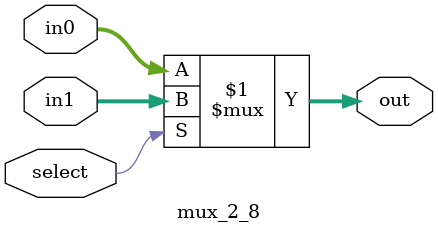
<source format=v>
module mux_2_8(select, in0, in1, out);
	input select;
	input [7:0] in0, in1;
	output [7:0] out;
	assign out = select ? in1 : in0;
endmodule
</source>
